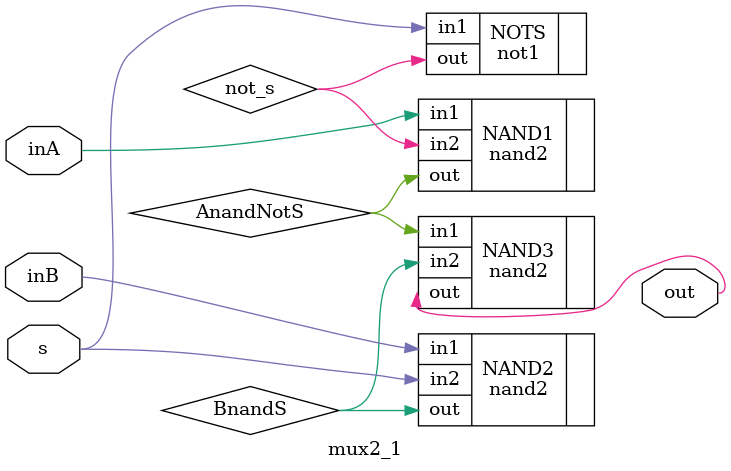
<source format=v>
/*
    CS/ECE 552 Spring '22
    Homework #1, Problem 1

    2-1 mux template
*/
module mux2_1(out, inA, inB, s);
    output  out;
    input   inA, inB;
    input   s;

    // YOUR CODE HERE
    //reg clk, rst;
    //reg err;
    //clkrst CR(.clk(clk), .rst(rst), .err(err));
    //do I even need this code right now ^ ??????????????????/

    //reg inA, inB;
    //reg s, 
    wire not_s;
    wire AnandNotS, BnandS;
    wire out;


    not1 NOTS(.out(not_s), .in1(s));
    nand2 NAND1(.out(AnandNotS), .in1(inA), .in2(not_s));    
    nand2 NAND2(.out(BnandS), .in1(inB), .in2(s));
    nand2 NAND3(.out(out), .in1(AnandNotS), .in2(BnandS));
    
endmodule

</source>
